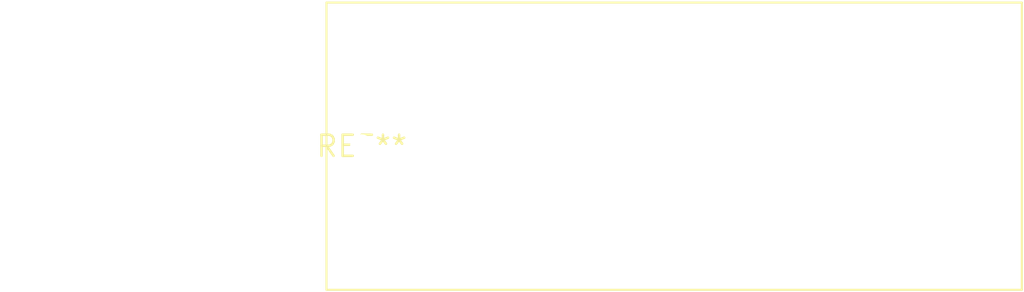
<source format=kicad_pcb>
(kicad_pcb (version 20240108) (generator pcbnew)
  (layers (0 "F.Cu" signal) (31 "B.Cu" signal) (34 "B.Paste" user) (35 "F.Paste" user) (36 "B.SilkS" user "B.Silkscreen") (37 "F.SilkS" user "F.Silkscreen") (38 "B.Mask" user) (39 "F.Mask" user) (44 "Edge.Cuts" user))
  (net 0 "")
  (footprint "C_Rect_L41.5mm_W17.0mm_P37.50mm_MKS4" (layer "F.Cu") (at 0 0)
    (property "Reference" "REF**")
    (property "Value" "C_Rect_L41.5mm_W17.0mm_P37.50mm_MKS4")
    (fp_line (start -2.12 -8.62) (end -2.12 8.62) (layer "F.SilkS") (stroke (width 0.12)))
    (fp_line (start -2.12 -8.62) (end 39.62 -8.62) (layer "F.SilkS") (stroke (width 0.12)))
    (fp_line (start -2.12 8.62) (end 39.62 8.62) (layer "F.SilkS") (stroke (width 0.12)))
    (fp_line (start 39.62 -8.62) (end 39.62 8.62) (layer "F.SilkS") (stroke (width 0.12)))
    (pad "1" thru_hole circle (at 0 0) (size 2.8 2.8) (drill 1.4) (layers *.Cu *.Mask) (remove_unused_layers))
    (pad "2" thru_hole circle (at 37.5 0) (size 2.8 2.8) (drill 1.4) (layers *.Cu *.Mask) (remove_unused_layers))
  )
)
</source>
